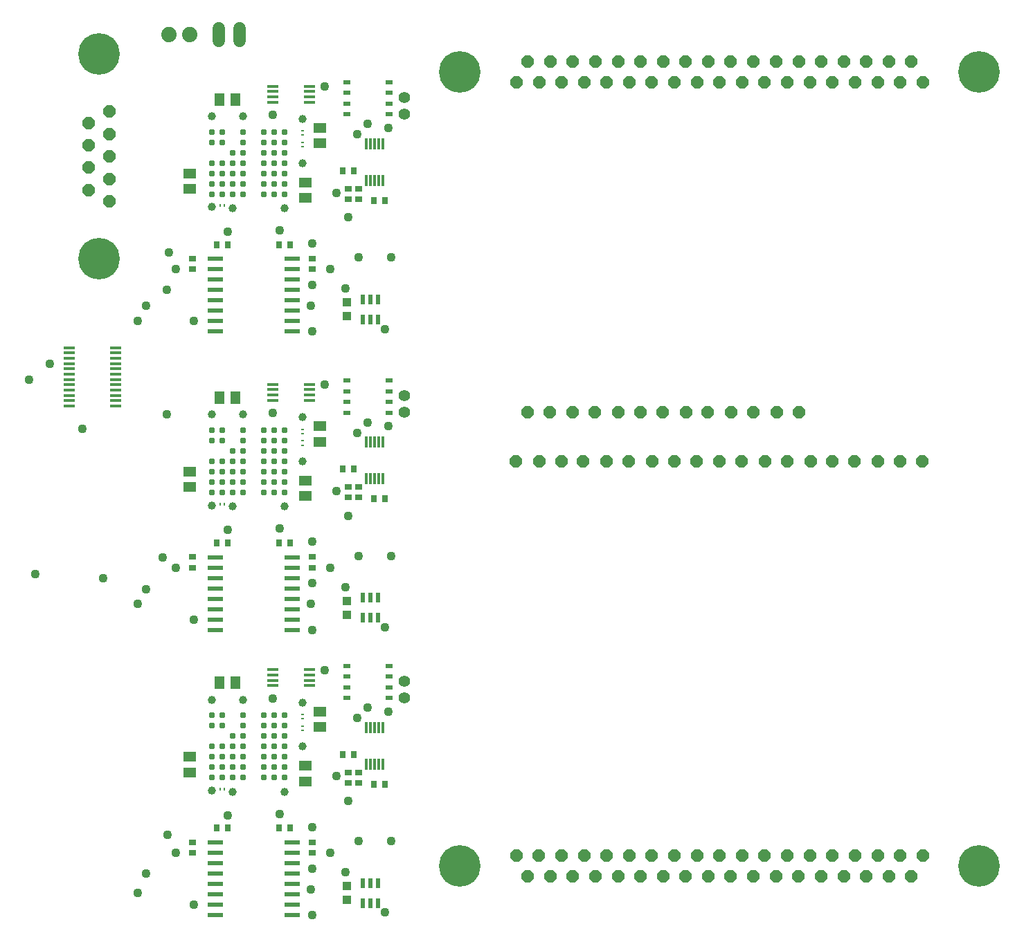
<source format=gts>
G75*
%MOIN*%
%OFA0B0*%
%FSLAX25Y25*%
%IPPOS*%
%LPD*%
%AMOC8*
5,1,8,0,0,1.08239X$1,22.5*
%
%ADD10R,0.02756X0.03543*%
%ADD11R,0.02000X0.04800*%
%ADD12R,0.05906X0.05118*%
%ADD13R,0.01378X0.00984*%
%ADD14R,0.03543X0.02756*%
%ADD15R,0.05118X0.05906*%
%ADD16R,0.01200X0.05600*%
%ADD17R,0.07800X0.02200*%
%ADD18C,0.05543*%
%ADD19R,0.05400X0.01800*%
%ADD20R,0.03543X0.01969*%
%ADD21R,0.01102X0.01693*%
%ADD22R,0.01693X0.01102*%
%ADD23R,0.04331X0.03937*%
%ADD24C,0.03071*%
%ADD25OC8,0.06000*%
%ADD26C,0.20000*%
%ADD27R,0.05800X0.01400*%
%ADD28C,0.06000*%
%ADD29C,0.07400*%
%ADD30C,0.03969*%
%ADD31C,0.04362*%
D10*
X0233941Y0118375D03*
X0239059Y0118375D03*
X0263941Y0118375D03*
X0269059Y0118375D03*
X0309566Y0139625D03*
X0314684Y0139625D03*
X0299684Y0154000D03*
X0294566Y0154000D03*
X0269059Y0255875D03*
X0263941Y0255875D03*
X0239059Y0255875D03*
X0233941Y0255875D03*
X0294566Y0291500D03*
X0299684Y0291500D03*
X0309566Y0277125D03*
X0314684Y0277125D03*
X0269059Y0399625D03*
X0263941Y0399625D03*
X0239059Y0399625D03*
X0233941Y0399625D03*
X0294566Y0435250D03*
X0299684Y0435250D03*
X0309566Y0420875D03*
X0314684Y0420875D03*
D11*
X0311450Y0373175D03*
X0307750Y0373175D03*
X0304050Y0373175D03*
X0304050Y0363575D03*
X0307750Y0363575D03*
X0311450Y0363575D03*
X0311450Y0229425D03*
X0307750Y0229425D03*
X0304050Y0229425D03*
X0304050Y0219825D03*
X0307750Y0219825D03*
X0311450Y0219825D03*
X0311450Y0091925D03*
X0307750Y0091925D03*
X0304050Y0091925D03*
X0304050Y0082325D03*
X0307750Y0082325D03*
X0311450Y0082325D03*
D12*
X0276500Y0140885D03*
X0276500Y0148365D03*
X0283375Y0167135D03*
X0283375Y0174615D03*
X0220875Y0152740D03*
X0220875Y0145260D03*
X0276500Y0278385D03*
X0276500Y0285865D03*
X0283375Y0304635D03*
X0283375Y0312115D03*
X0220875Y0290240D03*
X0220875Y0282760D03*
X0276500Y0422135D03*
X0276500Y0429615D03*
X0283375Y0448385D03*
X0283375Y0455865D03*
X0220875Y0433990D03*
X0220875Y0426510D03*
D13*
X0275250Y0452391D03*
X0275250Y0454359D03*
X0275250Y0310609D03*
X0275250Y0308641D03*
X0275250Y0173109D03*
X0275250Y0171141D03*
D14*
X0297125Y0145309D03*
X0302125Y0145309D03*
X0302125Y0140191D03*
X0297125Y0140191D03*
X0279625Y0111559D03*
X0279625Y0106441D03*
X0222125Y0106441D03*
X0222125Y0111559D03*
X0222125Y0243941D03*
X0222125Y0249059D03*
X0279625Y0249059D03*
X0279625Y0243941D03*
X0297125Y0277691D03*
X0302125Y0277691D03*
X0302125Y0282809D03*
X0297125Y0282809D03*
X0279625Y0387691D03*
X0279625Y0392809D03*
X0297125Y0421441D03*
X0302125Y0421441D03*
X0302125Y0426559D03*
X0297125Y0426559D03*
X0222125Y0392809D03*
X0222125Y0387691D03*
D15*
X0235260Y0325875D03*
X0242740Y0325875D03*
X0242740Y0188375D03*
X0235260Y0188375D03*
X0235260Y0469625D03*
X0242740Y0469625D03*
D16*
X0305881Y0448112D03*
X0307781Y0448112D03*
X0309781Y0448112D03*
X0311781Y0448112D03*
X0313681Y0448112D03*
X0313681Y0430512D03*
X0311781Y0430512D03*
X0309781Y0430512D03*
X0307781Y0430512D03*
X0305881Y0430512D03*
X0305881Y0304363D03*
X0307781Y0304363D03*
X0309781Y0304363D03*
X0311781Y0304363D03*
X0313681Y0304363D03*
X0313681Y0286763D03*
X0311781Y0286763D03*
X0309781Y0286763D03*
X0307781Y0286763D03*
X0305881Y0286763D03*
X0305881Y0166863D03*
X0307781Y0166863D03*
X0309781Y0166863D03*
X0311781Y0166863D03*
X0313681Y0166863D03*
X0313681Y0149263D03*
X0311781Y0149263D03*
X0309781Y0149263D03*
X0307781Y0149263D03*
X0305881Y0149263D03*
D17*
X0270000Y0111500D03*
X0270000Y0106500D03*
X0270000Y0101500D03*
X0270000Y0096500D03*
X0270000Y0091500D03*
X0270000Y0086500D03*
X0270000Y0081500D03*
X0270000Y0076500D03*
X0233000Y0076500D03*
X0233000Y0081500D03*
X0233000Y0086500D03*
X0233000Y0091500D03*
X0233000Y0096500D03*
X0233000Y0101500D03*
X0233000Y0106500D03*
X0233000Y0111500D03*
X0233000Y0214000D03*
X0233000Y0219000D03*
X0233000Y0224000D03*
X0233000Y0229000D03*
X0233000Y0234000D03*
X0233000Y0239000D03*
X0233000Y0244000D03*
X0233000Y0249000D03*
X0270000Y0249000D03*
X0270000Y0244000D03*
X0270000Y0239000D03*
X0270000Y0234000D03*
X0270000Y0229000D03*
X0270000Y0224000D03*
X0270000Y0219000D03*
X0270000Y0214000D03*
X0270000Y0357750D03*
X0270000Y0362750D03*
X0270000Y0367750D03*
X0270000Y0372750D03*
X0270000Y0377750D03*
X0270000Y0382750D03*
X0270000Y0387750D03*
X0270000Y0392750D03*
X0233000Y0392750D03*
X0233000Y0387750D03*
X0233000Y0382750D03*
X0233000Y0377750D03*
X0233000Y0372750D03*
X0233000Y0367750D03*
X0233000Y0362750D03*
X0233000Y0357750D03*
D18*
X0324000Y0326687D03*
X0324000Y0318813D03*
X0324000Y0189187D03*
X0324000Y0181313D03*
X0324000Y0462563D03*
X0324000Y0470437D03*
D19*
X0278325Y0470825D03*
X0278325Y0468325D03*
X0278325Y0473425D03*
X0278325Y0475925D03*
X0260925Y0475925D03*
X0260925Y0473425D03*
X0260925Y0470825D03*
X0260925Y0468325D03*
X0260925Y0332175D03*
X0260925Y0329675D03*
X0260925Y0327075D03*
X0260925Y0324575D03*
X0278325Y0324575D03*
X0278325Y0327075D03*
X0278325Y0329675D03*
X0278325Y0332175D03*
X0278325Y0194675D03*
X0278325Y0192175D03*
X0278325Y0189575D03*
X0278325Y0187075D03*
X0260925Y0187075D03*
X0260925Y0189575D03*
X0260925Y0192175D03*
X0260925Y0194675D03*
D20*
X0296350Y0196599D03*
X0296350Y0191450D03*
X0296350Y0186300D03*
X0296350Y0181151D03*
X0316650Y0181151D03*
X0316650Y0186300D03*
X0316650Y0191450D03*
X0316650Y0196599D03*
X0316650Y0318651D03*
X0316650Y0323800D03*
X0316650Y0328950D03*
X0316650Y0334099D03*
X0296350Y0334099D03*
X0296350Y0328950D03*
X0296350Y0323800D03*
X0296350Y0318651D03*
X0296350Y0462401D03*
X0296350Y0467550D03*
X0296350Y0472700D03*
X0296350Y0477849D03*
X0316650Y0477849D03*
X0316650Y0472700D03*
X0316650Y0467550D03*
X0316650Y0462401D03*
D21*
X0237504Y0418375D03*
X0235496Y0418375D03*
X0235496Y0274625D03*
X0237504Y0274625D03*
X0237504Y0137125D03*
X0235496Y0137125D03*
D22*
X0275250Y0165496D03*
X0275250Y0167504D03*
X0275250Y0302996D03*
X0275250Y0305004D03*
X0275250Y0446746D03*
X0275250Y0448754D03*
D23*
X0296500Y0371721D03*
X0296500Y0365029D03*
X0296500Y0227971D03*
X0296500Y0221279D03*
X0296500Y0090471D03*
X0296500Y0083779D03*
D24*
X0266500Y0142750D03*
X0266500Y0147750D03*
X0266500Y0152750D03*
X0266500Y0157750D03*
X0266500Y0162750D03*
X0266500Y0167750D03*
X0266500Y0172750D03*
X0261500Y0172750D03*
X0261500Y0167750D03*
X0261500Y0162750D03*
X0261500Y0157750D03*
X0261500Y0152750D03*
X0261500Y0147750D03*
X0261500Y0142750D03*
X0256500Y0142750D03*
X0256500Y0147750D03*
X0256500Y0152750D03*
X0256500Y0157750D03*
X0256500Y0162750D03*
X0256500Y0167750D03*
X0256500Y0172750D03*
X0246500Y0172750D03*
X0246500Y0167750D03*
X0246500Y0162750D03*
X0246500Y0157750D03*
X0246500Y0152750D03*
X0246500Y0147750D03*
X0246500Y0142750D03*
X0241500Y0142750D03*
X0236500Y0142750D03*
X0236500Y0147750D03*
X0241500Y0147750D03*
X0241500Y0152750D03*
X0236500Y0152750D03*
X0236500Y0157750D03*
X0241500Y0157750D03*
X0241500Y0162750D03*
X0236500Y0167750D03*
X0236500Y0172750D03*
X0231500Y0172750D03*
X0231500Y0167750D03*
X0231500Y0157750D03*
X0231500Y0152750D03*
X0231500Y0147750D03*
X0231500Y0142750D03*
X0231500Y0280250D03*
X0231500Y0285250D03*
X0231500Y0290250D03*
X0231500Y0295250D03*
X0236500Y0295250D03*
X0241500Y0295250D03*
X0241500Y0290250D03*
X0236500Y0290250D03*
X0236500Y0285250D03*
X0241500Y0285250D03*
X0241500Y0280250D03*
X0236500Y0280250D03*
X0246500Y0280250D03*
X0246500Y0285250D03*
X0246500Y0290250D03*
X0246500Y0295250D03*
X0246500Y0300250D03*
X0246500Y0305250D03*
X0246500Y0310250D03*
X0236500Y0310250D03*
X0236500Y0305250D03*
X0231500Y0305250D03*
X0231500Y0310250D03*
X0241500Y0300250D03*
X0256500Y0300250D03*
X0256500Y0295250D03*
X0256500Y0290250D03*
X0256500Y0285250D03*
X0256500Y0280250D03*
X0261500Y0280250D03*
X0261500Y0285250D03*
X0261500Y0290250D03*
X0261500Y0295250D03*
X0261500Y0300250D03*
X0261500Y0305250D03*
X0261500Y0310250D03*
X0256500Y0310250D03*
X0256500Y0305250D03*
X0266500Y0305250D03*
X0266500Y0300250D03*
X0266500Y0295250D03*
X0266500Y0290250D03*
X0266500Y0285250D03*
X0266500Y0280250D03*
X0266500Y0310250D03*
X0266500Y0424000D03*
X0266500Y0429000D03*
X0266500Y0434000D03*
X0266500Y0439000D03*
X0266500Y0444000D03*
X0266500Y0449000D03*
X0266500Y0454000D03*
X0261500Y0454000D03*
X0261500Y0449000D03*
X0261500Y0444000D03*
X0261500Y0439000D03*
X0261500Y0434000D03*
X0261500Y0429000D03*
X0261500Y0424000D03*
X0256500Y0424000D03*
X0256500Y0429000D03*
X0256500Y0434000D03*
X0256500Y0439000D03*
X0256500Y0444000D03*
X0256500Y0449000D03*
X0256500Y0454000D03*
X0246500Y0454000D03*
X0246500Y0449000D03*
X0246500Y0444000D03*
X0246500Y0439000D03*
X0246500Y0434000D03*
X0246500Y0429000D03*
X0246500Y0424000D03*
X0241500Y0424000D03*
X0236500Y0424000D03*
X0236500Y0429000D03*
X0241500Y0429000D03*
X0241500Y0434000D03*
X0236500Y0434000D03*
X0236500Y0439000D03*
X0241500Y0439000D03*
X0241500Y0444000D03*
X0236500Y0449000D03*
X0236500Y0454000D03*
X0231500Y0454000D03*
X0231500Y0449000D03*
X0231500Y0439000D03*
X0231500Y0434000D03*
X0231500Y0429000D03*
X0231500Y0424000D03*
D25*
X0182125Y0420525D03*
X0172125Y0425925D03*
X0182125Y0431325D03*
X0172125Y0436725D03*
X0182125Y0442125D03*
X0172125Y0447525D03*
X0182125Y0452925D03*
X0172125Y0458325D03*
X0182125Y0463725D03*
X0378075Y0477750D03*
X0388975Y0477750D03*
X0399775Y0477750D03*
X0410675Y0477750D03*
X0421575Y0477750D03*
X0432375Y0477750D03*
X0443275Y0477750D03*
X0454175Y0477750D03*
X0464975Y0477750D03*
X0475875Y0477750D03*
X0486775Y0477750D03*
X0497575Y0477750D03*
X0508475Y0477750D03*
X0519375Y0477750D03*
X0530275Y0477750D03*
X0541075Y0477750D03*
X0551975Y0477750D03*
X0562875Y0477750D03*
X0573675Y0477750D03*
X0568275Y0487750D03*
X0557375Y0487750D03*
X0546575Y0487750D03*
X0535675Y0487750D03*
X0524775Y0487750D03*
X0513975Y0487750D03*
X0503075Y0487750D03*
X0492175Y0487750D03*
X0481275Y0487750D03*
X0470475Y0487750D03*
X0459575Y0487750D03*
X0448675Y0487750D03*
X0437875Y0487750D03*
X0426975Y0487750D03*
X0416075Y0487750D03*
X0405275Y0487750D03*
X0394375Y0487750D03*
X0383475Y0487750D03*
X0383375Y0319000D03*
X0394000Y0319000D03*
X0405250Y0319000D03*
X0415875Y0319000D03*
X0427125Y0319000D03*
X0437750Y0319000D03*
X0448375Y0319000D03*
X0459625Y0319000D03*
X0470250Y0319000D03*
X0481500Y0319000D03*
X0492125Y0319000D03*
X0503375Y0319000D03*
X0514000Y0319000D03*
X0508375Y0295250D03*
X0497750Y0295250D03*
X0486500Y0295250D03*
X0475875Y0295250D03*
X0464625Y0295250D03*
X0454000Y0295250D03*
X0443375Y0295250D03*
X0432125Y0295250D03*
X0421500Y0295250D03*
X0410250Y0295250D03*
X0399625Y0295250D03*
X0389000Y0295250D03*
X0377750Y0295250D03*
X0519625Y0295250D03*
X0530250Y0295250D03*
X0540875Y0295250D03*
X0552125Y0295250D03*
X0562750Y0295250D03*
X0573375Y0295250D03*
X0573675Y0105250D03*
X0562775Y0105250D03*
X0551975Y0105250D03*
X0541075Y0105250D03*
X0530175Y0105250D03*
X0519375Y0105250D03*
X0508475Y0105250D03*
X0497575Y0105250D03*
X0486775Y0105250D03*
X0475875Y0105250D03*
X0464975Y0105250D03*
X0454175Y0105250D03*
X0443275Y0105250D03*
X0432375Y0105250D03*
X0421475Y0105250D03*
X0410675Y0105250D03*
X0399775Y0105250D03*
X0388875Y0105250D03*
X0378075Y0105250D03*
X0383475Y0095250D03*
X0394375Y0095250D03*
X0405175Y0095250D03*
X0416075Y0095250D03*
X0426975Y0095250D03*
X0437875Y0095250D03*
X0448675Y0095250D03*
X0459575Y0095250D03*
X0470475Y0095250D03*
X0481275Y0095250D03*
X0492175Y0095250D03*
X0503075Y0095250D03*
X0513875Y0095250D03*
X0524775Y0095250D03*
X0535675Y0095250D03*
X0546475Y0095250D03*
X0557375Y0095250D03*
X0568275Y0095250D03*
D26*
X0600875Y0100250D03*
X0350875Y0100250D03*
X0177125Y0392825D03*
X0177125Y0491425D03*
X0350875Y0482750D03*
X0600875Y0482750D03*
D27*
X0185100Y0349975D03*
X0185100Y0347375D03*
X0185100Y0344875D03*
X0185100Y0342275D03*
X0185100Y0339675D03*
X0185100Y0337175D03*
X0185100Y0334575D03*
X0185100Y0332075D03*
X0185100Y0329475D03*
X0185100Y0326875D03*
X0185100Y0324375D03*
X0185100Y0321775D03*
X0162900Y0321775D03*
X0162900Y0324375D03*
X0162900Y0326875D03*
X0162900Y0329475D03*
X0162900Y0332075D03*
X0162900Y0334575D03*
X0162900Y0337175D03*
X0162900Y0339675D03*
X0162900Y0342275D03*
X0162900Y0344875D03*
X0162900Y0347375D03*
X0162900Y0349975D03*
D28*
X0234625Y0497875D02*
X0234625Y0503875D01*
X0244625Y0503875D02*
X0244625Y0497875D01*
D29*
X0220875Y0500875D03*
X0210875Y0500875D03*
D30*
X0231500Y0461500D03*
X0246500Y0461500D03*
X0275250Y0460250D03*
X0275250Y0439000D03*
X0266500Y0417125D03*
X0241500Y0417125D03*
X0231500Y0417750D03*
X0231500Y0317750D03*
X0246500Y0317750D03*
X0275250Y0316500D03*
X0275250Y0295250D03*
X0266500Y0273375D03*
X0241500Y0273375D03*
X0231500Y0274000D03*
X0231500Y0180250D03*
X0246500Y0180250D03*
X0275250Y0179000D03*
X0275250Y0157750D03*
X0266500Y0135875D03*
X0241500Y0135875D03*
X0231500Y0136500D03*
D31*
X0195875Y0087125D03*
X0199625Y0096500D03*
X0214000Y0106500D03*
X0210250Y0115250D03*
X0239000Y0124625D03*
X0264000Y0125250D03*
X0279625Y0119000D03*
X0288375Y0106500D03*
X0295875Y0097125D03*
X0302125Y0112125D03*
X0317750Y0112125D03*
X0297125Y0131500D03*
X0291500Y0143375D03*
X0301500Y0171500D03*
X0306500Y0176500D03*
X0316500Y0174625D03*
X0285875Y0194625D03*
X0260875Y0180875D03*
X0279625Y0214000D03*
X0279000Y0226500D03*
X0279625Y0236500D03*
X0288375Y0244000D03*
X0302125Y0249625D03*
X0317750Y0249625D03*
X0295875Y0234625D03*
X0314625Y0215250D03*
X0279625Y0256500D03*
X0264000Y0262750D03*
X0239000Y0262125D03*
X0214000Y0244000D03*
X0207750Y0249000D03*
X0199625Y0233375D03*
X0195875Y0226500D03*
X0179000Y0239000D03*
X0146500Y0240875D03*
X0222750Y0219000D03*
X0297125Y0269000D03*
X0291500Y0280875D03*
X0301500Y0309000D03*
X0306500Y0314000D03*
X0316500Y0312125D03*
X0285875Y0332125D03*
X0260875Y0318375D03*
X0279625Y0357750D03*
X0279000Y0370250D03*
X0279625Y0380250D03*
X0288375Y0387750D03*
X0295875Y0378375D03*
X0302125Y0393375D03*
X0317750Y0393375D03*
X0297125Y0412750D03*
X0291500Y0424625D03*
X0279625Y0400250D03*
X0264000Y0406500D03*
X0239000Y0405875D03*
X0210875Y0395875D03*
X0214000Y0387750D03*
X0209625Y0377750D03*
X0199625Y0370250D03*
X0195875Y0362750D03*
X0222750Y0362750D03*
X0209625Y0317750D03*
X0169000Y0310875D03*
X0143375Y0334625D03*
X0153375Y0342125D03*
X0172350Y0436500D03*
X0260875Y0462125D03*
X0285875Y0475875D03*
X0306500Y0457750D03*
X0301500Y0452750D03*
X0316500Y0455875D03*
X0314625Y0359000D03*
X0279625Y0099000D03*
X0279000Y0089000D03*
X0279625Y0076500D03*
X0314625Y0077750D03*
X0222750Y0081500D03*
M02*

</source>
